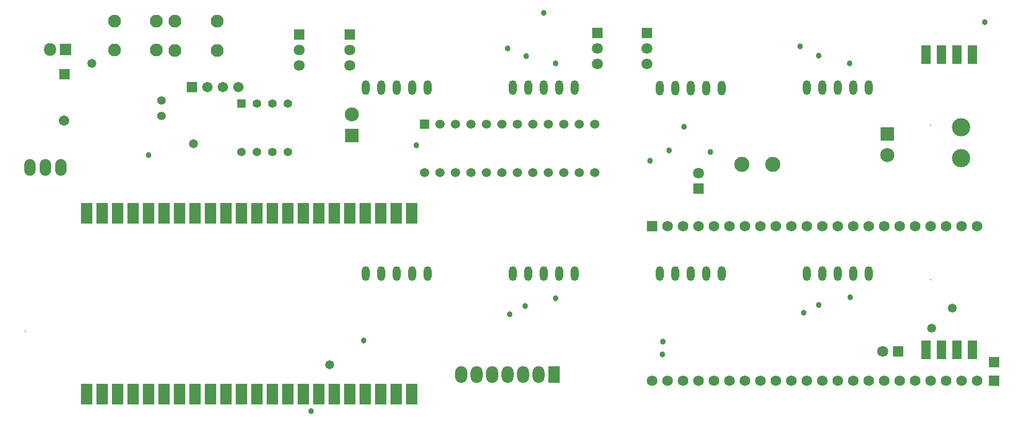
<source format=gts>
G04*
G04 #@! TF.GenerationSoftware,Altium Limited,Altium Designer,21.9.2 (33)*
G04*
G04 Layer_Color=8388736*
%FSTAX24Y24*%
%MOIN*%
G70*
G04*
G04 #@! TF.SameCoordinates,7D792EBD-1CCB-4A66-8B02-D1F74A79ED49*
G04*
G04*
G04 #@! TF.FilePolarity,Negative*
G04*
G01*
G75*
%ADD15R,0.0592X0.1241*%
%ADD16R,0.0710X0.0671*%
%ADD17R,0.0780X0.0780*%
%ADD18O,0.0780X0.0830*%
%ADD19R,0.0599X0.0599*%
%ADD20C,0.0599*%
%ADD21C,0.1180*%
%ADD22R,0.0907X0.0907*%
%ADD23C,0.0907*%
%ADD24C,0.0830*%
%ADD25R,0.0740X0.1370*%
%ADD26R,0.0780X0.1080*%
%ADD27O,0.0780X0.1080*%
%ADD28C,0.0682*%
%ADD29R,0.0682X0.0682*%
%ADD30C,0.0080*%
%ADD31C,0.0674*%
%ADD32R,0.0674X0.0674*%
%ADD33O,0.0516X0.0952*%
%ADD34C,0.0710*%
%ADD35R,0.0710X0.0710*%
%ADD36R,0.0671X0.0671*%
%ADD37C,0.0671*%
%ADD38R,0.0710X0.0710*%
%ADD39C,0.0560*%
%ADD40R,0.0556X0.0556*%
%ADD41C,0.0556*%
%ADD42C,0.0980*%
%ADD43O,0.0740X0.1080*%
%ADD44C,0.0380*%
%ADD45C,0.0580*%
D15*
X06575Y013641D02*
D03*
X06675D02*
D03*
X06775D02*
D03*
X06875D02*
D03*
Y032759D02*
D03*
X06775D02*
D03*
X06675D02*
D03*
X06575D02*
D03*
D16*
X07015Y011659D02*
D03*
Y012841D02*
D03*
D17*
X01015Y0331D02*
D03*
D18*
X00915D02*
D03*
D19*
X03335Y02825D02*
D03*
D20*
X03435D02*
D03*
X03535D02*
D03*
X03635D02*
D03*
X03735D02*
D03*
X03835D02*
D03*
X03935D02*
D03*
X04035D02*
D03*
X04135D02*
D03*
X04235D02*
D03*
X04335D02*
D03*
X04435D02*
D03*
Y025124D02*
D03*
X04335D02*
D03*
X04235D02*
D03*
X04135D02*
D03*
X04035D02*
D03*
X03935D02*
D03*
X03835D02*
D03*
X03735D02*
D03*
X03635D02*
D03*
X03535D02*
D03*
X03435D02*
D03*
X03335D02*
D03*
D21*
X068Y02605D02*
D03*
Y02805D02*
D03*
D22*
X02865Y027511D02*
D03*
X06325Y027628D02*
D03*
D23*
X02865Y028889D02*
D03*
X06325Y02625D02*
D03*
D24*
X01329Y03305D02*
D03*
X016Y03493D02*
D03*
Y03305D02*
D03*
X01329Y03493D02*
D03*
X01722Y03303D02*
D03*
X01993Y03491D02*
D03*
Y03303D02*
D03*
X01722Y03491D02*
D03*
D25*
X0325Y0108D02*
D03*
X0115D02*
D03*
X0315D02*
D03*
X0305D02*
D03*
X0275D02*
D03*
X0285D02*
D03*
X0265D02*
D03*
X0255D02*
D03*
X0245D02*
D03*
X0295D02*
D03*
X0235D02*
D03*
X0225D02*
D03*
X0205D02*
D03*
X0215D02*
D03*
X0195D02*
D03*
X0185D02*
D03*
X0175D02*
D03*
X0165D02*
D03*
X0155D02*
D03*
X0125D02*
D03*
X0325Y0225D02*
D03*
X0115D02*
D03*
X0215D02*
D03*
X0195D02*
D03*
X0125D02*
D03*
X0175D02*
D03*
X0185D02*
D03*
X0145D02*
D03*
X0155D02*
D03*
X0165D02*
D03*
X0285D02*
D03*
X0275D02*
D03*
X0205D02*
D03*
X0255D02*
D03*
X0265D02*
D03*
X0225D02*
D03*
X0235D02*
D03*
X0245D02*
D03*
X0305D02*
D03*
X0295D02*
D03*
X0315D02*
D03*
X0135Y0108D02*
D03*
X0145D02*
D03*
X0135Y0225D02*
D03*
D26*
X0417Y01205D02*
D03*
D27*
X0407D02*
D03*
X0397D02*
D03*
X0387D02*
D03*
X0377D02*
D03*
X0367D02*
D03*
X0357D02*
D03*
D28*
X06905Y02165D02*
D03*
Y011666D02*
D03*
X06805Y02165D02*
D03*
X06705D02*
D03*
X06605D02*
D03*
X06505D02*
D03*
X06405D02*
D03*
X06305D02*
D03*
X06205D02*
D03*
X06105D02*
D03*
X06005D02*
D03*
X05905D02*
D03*
X05805D02*
D03*
X05705D02*
D03*
X05605D02*
D03*
X05505D02*
D03*
X05405D02*
D03*
X05305D02*
D03*
X05205D02*
D03*
X05105D02*
D03*
X05005D02*
D03*
X04905D02*
D03*
X06805Y011666D02*
D03*
X06705D02*
D03*
X06605D02*
D03*
X06505D02*
D03*
X06405D02*
D03*
X06305D02*
D03*
X06205D02*
D03*
X06105D02*
D03*
X06005D02*
D03*
X05905D02*
D03*
X05805D02*
D03*
X05705D02*
D03*
X05605D02*
D03*
X05505D02*
D03*
X05405D02*
D03*
X05305D02*
D03*
X05105D02*
D03*
X05005D02*
D03*
X04905D02*
D03*
X04805D02*
D03*
X05205D02*
D03*
D29*
X04805Y02165D02*
D03*
D30*
X00755Y01485D02*
D03*
D03*
D03*
D03*
X06605Y0182D02*
D03*
Y0282D02*
D03*
D31*
X0213Y030663D02*
D03*
X0203D02*
D03*
X0193D02*
D03*
D32*
X0183D02*
D03*
D33*
X03055Y0186D02*
D03*
X03155D02*
D03*
X03255D02*
D03*
X03355D02*
D03*
X033549Y030614D02*
D03*
X032549D02*
D03*
X031549D02*
D03*
X030549D02*
D03*
X029549D02*
D03*
X02955Y0186D02*
D03*
X04005D02*
D03*
X04105D02*
D03*
X04205D02*
D03*
X04305D02*
D03*
X043049Y030614D02*
D03*
X042049D02*
D03*
X041049D02*
D03*
X040049D02*
D03*
X039049D02*
D03*
X03905Y0186D02*
D03*
X05155Y0306D02*
D03*
X05055D02*
D03*
X04955D02*
D03*
X04855D02*
D03*
X048551Y018586D02*
D03*
X049551D02*
D03*
X050551D02*
D03*
X051551D02*
D03*
X052551D02*
D03*
X05255Y0306D02*
D03*
X06205Y030614D02*
D03*
X062051Y0186D02*
D03*
X061051D02*
D03*
X060051D02*
D03*
X059051D02*
D03*
X058051D02*
D03*
X05805Y030614D02*
D03*
X05905D02*
D03*
X06005D02*
D03*
X06105D02*
D03*
D34*
X06295Y01355D02*
D03*
X05105Y0251D02*
D03*
X02525Y03305D02*
D03*
Y03205D02*
D03*
X0285Y03305D02*
D03*
Y03205D02*
D03*
X0445Y03315D02*
D03*
Y03215D02*
D03*
X0477Y03315D02*
D03*
Y03215D02*
D03*
D35*
X06395Y01355D02*
D03*
D36*
X010055Y0315D02*
D03*
D37*
X01005Y0285D02*
D03*
D38*
X05105Y0241D02*
D03*
X02525Y03405D02*
D03*
X0285D02*
D03*
X0445Y03415D02*
D03*
X0477D02*
D03*
D39*
X01635Y0288D02*
D03*
Y0298D02*
D03*
D40*
X0215Y029576D02*
D03*
D41*
X0225D02*
D03*
X0235D02*
D03*
X0245D02*
D03*
Y02645D02*
D03*
X0235D02*
D03*
X0225D02*
D03*
X0215D02*
D03*
D42*
X05385Y02565D02*
D03*
X05585D02*
D03*
D43*
X00985Y02545D02*
D03*
X00885D02*
D03*
X00785D02*
D03*
D44*
X0576Y0333D02*
D03*
X06955Y03485D02*
D03*
X0518Y02645D02*
D03*
X026Y0097D02*
D03*
X0294Y01425D02*
D03*
X04105Y03545D02*
D03*
X04875Y0142D02*
D03*
X0487Y01335D02*
D03*
X0501Y0281D02*
D03*
X0328Y0269D02*
D03*
X0155Y02625D02*
D03*
X0479Y0259D02*
D03*
X04915Y02655D02*
D03*
X0588Y01655D02*
D03*
X06085Y01705D02*
D03*
X05785Y01605D02*
D03*
X0387Y03315D02*
D03*
X0399Y03265D02*
D03*
X0418Y0322D02*
D03*
X0588Y0327D02*
D03*
X0608Y0322D02*
D03*
X0418Y017D02*
D03*
X03985Y0165D02*
D03*
X03885Y01595D02*
D03*
D45*
X01185Y0322D02*
D03*
X0272Y0127D02*
D03*
X0184Y027D02*
D03*
X0661Y01505D02*
D03*
X06745Y01635D02*
D03*
M02*

</source>
